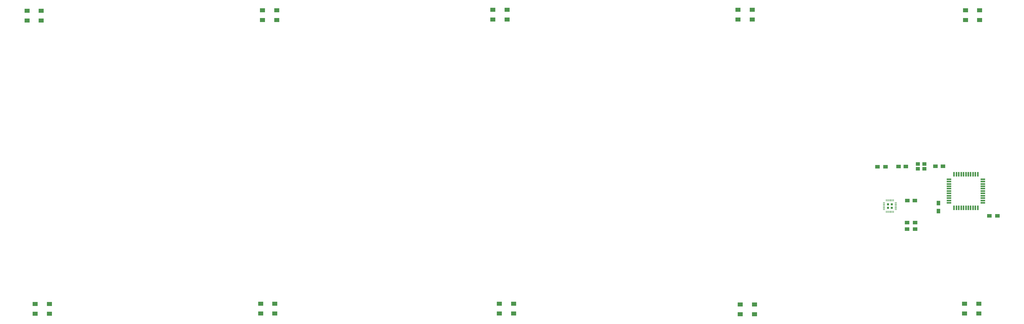
<source format=gbr>
G04 #@! TF.GenerationSoftware,KiCad,Pcbnew,(5.0.2)-1*
G04 #@! TF.CreationDate,2019-03-25T23:00:56+03:00*
G04 #@! TF.ProjectId,Mechanical Keyboard,4d656368-616e-4696-9361-6c204b657962,rev?*
G04 #@! TF.SameCoordinates,Original*
G04 #@! TF.FileFunction,Paste,Top*
G04 #@! TF.FilePolarity,Positive*
%FSLAX46Y46*%
G04 Gerber Fmt 4.6, Leading zero omitted, Abs format (unit mm)*
G04 Created by KiCad (PCBNEW (5.0.2)-1) date 25.03.2019 23:00:56*
%MOMM*%
%LPD*%
G01*
G04 APERTURE LIST*
%ADD10R,0.550000X1.500000*%
%ADD11R,1.500000X0.550000*%
%ADD12R,1.800000X1.400000*%
%ADD13R,0.200000X0.800000*%
%ADD14R,0.800000X0.200000*%
%ADD15R,0.720000X0.720000*%
%ADD16R,1.399540X1.150620*%
%ADD17R,1.500000X1.250000*%
%ADD18R,1.500000X1.300000*%
%ADD19R,1.300000X1.500000*%
G04 APERTURE END LIST*
D10*
G04 #@! TO.C,U1*
X371030000Y-135778000D03*
X370230000Y-135778000D03*
X369430000Y-135778000D03*
X368630000Y-135778000D03*
X367830000Y-135778000D03*
X367030000Y-135778000D03*
X366230000Y-135778000D03*
X365430000Y-135778000D03*
X364630000Y-135778000D03*
X363830000Y-135778000D03*
X363030000Y-135778000D03*
D11*
X361330000Y-137478000D03*
X361330000Y-138278000D03*
X361330000Y-139078000D03*
X361330000Y-139878000D03*
X361330000Y-140678000D03*
X361330000Y-141478000D03*
X361330000Y-142278000D03*
X361330000Y-143078000D03*
X361330000Y-143878000D03*
X361330000Y-144678000D03*
X361330000Y-145478000D03*
D10*
X363030000Y-147178000D03*
X363830000Y-147178000D03*
X364630000Y-147178000D03*
X365430000Y-147178000D03*
X366230000Y-147178000D03*
X367030000Y-147178000D03*
X367830000Y-147178000D03*
X368630000Y-147178000D03*
X369430000Y-147178000D03*
X370230000Y-147178000D03*
X371030000Y-147178000D03*
D11*
X372730000Y-145478000D03*
X372730000Y-144678000D03*
X372730000Y-143878000D03*
X372730000Y-143078000D03*
X372730000Y-142278000D03*
X372730000Y-141478000D03*
X372730000Y-140678000D03*
X372730000Y-139878000D03*
X372730000Y-139078000D03*
X372730000Y-138278000D03*
X372730000Y-137478000D03*
G04 #@! TD*
D12*
G04 #@! TO.C,LED101*
X366855219Y-80341015D03*
X366855219Y-83641015D03*
X371655219Y-83641015D03*
X371655219Y-80341015D03*
G04 #@! TD*
G04 #@! TO.C,LED102*
X290105457Y-80146024D03*
X290105457Y-83446024D03*
X294905457Y-83446024D03*
X294905457Y-80146024D03*
G04 #@! TD*
G04 #@! TO.C,LED103*
X207386411Y-80225023D03*
X207386411Y-83525023D03*
X212186411Y-83525023D03*
X212186411Y-80225023D03*
G04 #@! TD*
G04 #@! TO.C,LED104*
X129654258Y-80324845D03*
X129654258Y-83624845D03*
X134454258Y-83624845D03*
X134454258Y-80324845D03*
G04 #@! TD*
G04 #@! TO.C,LED105*
X50227065Y-80517126D03*
X50227065Y-83817126D03*
X55027065Y-83817126D03*
X55027065Y-80517126D03*
G04 #@! TD*
G04 #@! TO.C,LED106*
X57766689Y-182973132D03*
X57766689Y-179673132D03*
X52966689Y-179673132D03*
X52966689Y-182973132D03*
G04 #@! TD*
G04 #@! TO.C,LED107*
X133850000Y-182921000D03*
X133850000Y-179621000D03*
X129050000Y-179621000D03*
X129050000Y-182921000D03*
G04 #@! TD*
G04 #@! TO.C,LED108*
X214375000Y-182921000D03*
X214375000Y-179621000D03*
X209575000Y-179621000D03*
X209575000Y-182921000D03*
G04 #@! TD*
G04 #@! TO.C,LED109*
X295650000Y-183132000D03*
X295650000Y-179832000D03*
X290850000Y-179832000D03*
X290850000Y-183132000D03*
G04 #@! TD*
G04 #@! TO.C,LED110*
X371348000Y-182880000D03*
X371348000Y-179580000D03*
X366548000Y-179580000D03*
X366548000Y-182880000D03*
G04 #@! TD*
D13*
G04 #@! TO.C,U2*
X340170000Y-148510000D03*
X340570000Y-148510000D03*
X340970000Y-148510000D03*
X341370000Y-148510000D03*
X341770000Y-148510000D03*
X342170000Y-148510000D03*
X342570000Y-148510000D03*
D14*
X343320000Y-147760000D03*
X343320000Y-147360000D03*
X343320000Y-146960000D03*
X343320000Y-146560000D03*
X343320000Y-146160000D03*
X343320000Y-145760000D03*
X343320000Y-145360000D03*
D13*
X342570000Y-144610000D03*
X342170000Y-144610000D03*
X341770000Y-144610000D03*
X341370000Y-144610000D03*
X340970000Y-144610000D03*
X340570000Y-144610000D03*
X340170000Y-144610000D03*
D14*
X339420000Y-145360000D03*
X339420000Y-145760000D03*
X339420000Y-146160000D03*
X339420000Y-146560000D03*
X339420000Y-146960000D03*
X339420000Y-147360000D03*
X339420000Y-147760000D03*
D15*
X341970000Y-145960000D03*
X340770000Y-145960000D03*
X341970000Y-147160000D03*
X340770000Y-147160000D03*
G04 #@! TD*
D16*
G04 #@! TO.C,X1*
X350774000Y-132334000D03*
X352973640Y-132334000D03*
X350774000Y-133934200D03*
X352973640Y-133934200D03*
G04 #@! TD*
D17*
G04 #@! TO.C,C2*
X344260800Y-133197600D03*
X346760800Y-133197600D03*
G04 #@! TD*
G04 #@! TO.C,C3*
X359243000Y-133096000D03*
X356743000Y-133096000D03*
G04 #@! TD*
G04 #@! TO.C,C5*
X347258000Y-144703800D03*
X349758000Y-144703800D03*
G04 #@! TD*
D18*
G04 #@! TO.C,R4*
X377651000Y-149907000D03*
X374951000Y-149907000D03*
G04 #@! TD*
D19*
G04 #@! TO.C,R9*
X357759000Y-148289000D03*
X357759000Y-145589000D03*
G04 #@! TD*
D18*
G04 #@! TO.C,R10*
X339852000Y-133273800D03*
X337152000Y-133273800D03*
G04 #@! TD*
G04 #@! TO.C,R12*
X349885000Y-152146000D03*
X347185000Y-152146000D03*
G04 #@! TD*
G04 #@! TO.C,R13*
X349885000Y-154330400D03*
X347185000Y-154330400D03*
G04 #@! TD*
M02*

</source>
